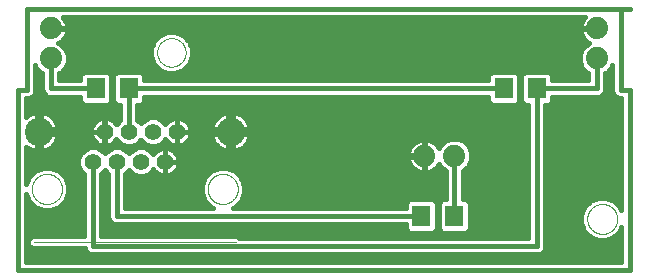
<source format=gtl>
G75*
%MOIN*%
%OFA0B0*%
%FSLAX25Y25*%
%IPPOS*%
%LPD*%
%AMOC8*
5,1,8,0,0,1.08239X$1,22.5*
%
%ADD10C,0.01600*%
%ADD11C,0.00000*%
%ADD12C,0.05600*%
%ADD13C,0.09449*%
%ADD14R,0.06299X0.07087*%
%ADD15C,0.07400*%
D10*
X0001800Y0001800D02*
X0205800Y0001800D01*
X0205800Y0061800D01*
X0202800Y0061800D01*
X0202800Y0088800D01*
X0205800Y0088800D01*
X0202800Y0088800D02*
X0004800Y0088800D01*
X0004800Y0061800D01*
X0001800Y0061800D01*
X0001800Y0001800D01*
X0004600Y0004600D02*
X0004600Y0027136D01*
X0005558Y0024824D01*
X0007532Y0022849D01*
X0010112Y0021780D01*
X0012905Y0021780D01*
X0015485Y0022849D01*
X0017460Y0024824D01*
X0018528Y0027404D01*
X0018528Y0030196D01*
X0017460Y0032776D01*
X0015485Y0034751D01*
X0012905Y0035820D01*
X0010112Y0035820D01*
X0007532Y0034751D01*
X0005558Y0032776D01*
X0004600Y0030464D01*
X0004600Y0042863D01*
X0005179Y0042419D01*
X0005920Y0041991D01*
X0006710Y0041664D01*
X0007536Y0041442D01*
X0008037Y0041376D01*
X0008037Y0047080D01*
X0009587Y0047080D01*
X0009587Y0048630D01*
X0015290Y0048630D01*
X0015225Y0049131D01*
X0015003Y0049957D01*
X0014676Y0050747D01*
X0014248Y0051488D01*
X0013728Y0052166D01*
X0013123Y0052771D01*
X0012444Y0053292D01*
X0011704Y0053719D01*
X0010914Y0054047D01*
X0010087Y0054268D01*
X0009587Y0054334D01*
X0009587Y0048630D01*
X0008037Y0048630D01*
X0008037Y0054334D01*
X0007536Y0054268D01*
X0006710Y0054047D01*
X0005920Y0053719D01*
X0005179Y0053292D01*
X0004600Y0052847D01*
X0004600Y0059000D01*
X0005357Y0059000D01*
X0006386Y0059426D01*
X0007174Y0060214D01*
X0007600Y0061243D01*
X0007600Y0069959D01*
X0007968Y0069071D01*
X0009571Y0067468D01*
X0010000Y0067290D01*
X0010000Y0061743D01*
X0010426Y0060714D01*
X0011214Y0059926D01*
X0012243Y0059500D01*
X0022639Y0059500D01*
X0022639Y0057928D01*
X0023810Y0056757D01*
X0031766Y0056757D01*
X0032938Y0057928D01*
X0032938Y0066672D01*
X0031766Y0067843D01*
X0023810Y0067843D01*
X0022639Y0066672D01*
X0022639Y0065100D01*
X0015600Y0065100D01*
X0015600Y0067290D01*
X0016029Y0067468D01*
X0017632Y0069071D01*
X0018500Y0071166D01*
X0018500Y0073434D01*
X0017632Y0075529D01*
X0016029Y0077132D01*
X0015336Y0077419D01*
X0015683Y0077596D01*
X0016383Y0078105D01*
X0016995Y0078717D01*
X0017504Y0079417D01*
X0017897Y0080189D01*
X0018165Y0081012D01*
X0018300Y0081867D01*
X0018300Y0082100D01*
X0013000Y0082100D01*
X0013000Y0082500D01*
X0018300Y0082500D01*
X0018300Y0082733D01*
X0018165Y0083588D01*
X0017897Y0084411D01*
X0017504Y0085183D01*
X0016995Y0085883D01*
X0016878Y0086000D01*
X0190722Y0086000D01*
X0190605Y0085883D01*
X0190096Y0085183D01*
X0189703Y0084411D01*
X0189435Y0083588D01*
X0189300Y0082733D01*
X0189300Y0082500D01*
X0194600Y0082500D01*
X0194600Y0082100D01*
X0189300Y0082100D01*
X0189300Y0081867D01*
X0189435Y0081012D01*
X0189703Y0080189D01*
X0190096Y0079417D01*
X0190605Y0078717D01*
X0191217Y0078105D01*
X0191917Y0077596D01*
X0192264Y0077419D01*
X0191571Y0077132D01*
X0189968Y0075529D01*
X0189100Y0073434D01*
X0189100Y0071166D01*
X0189968Y0069071D01*
X0191571Y0067468D01*
X0192000Y0067290D01*
X0192000Y0065100D01*
X0179961Y0065100D01*
X0179961Y0066672D01*
X0178790Y0067843D01*
X0170834Y0067843D01*
X0169662Y0066672D01*
X0169662Y0057928D01*
X0170834Y0056757D01*
X0172012Y0056757D01*
X0172012Y0012600D01*
X0075624Y0012600D01*
X0075219Y0013005D01*
X0029600Y0013005D01*
X0029600Y0033922D01*
X0030761Y0035083D01*
X0032000Y0033843D01*
X0032000Y0019243D01*
X0032426Y0018214D01*
X0033214Y0017426D01*
X0034243Y0017000D01*
X0131139Y0017000D01*
X0131139Y0015428D01*
X0132310Y0014257D01*
X0140266Y0014257D01*
X0141438Y0015428D01*
X0141438Y0024172D01*
X0140266Y0025343D01*
X0132310Y0025343D01*
X0131139Y0024172D01*
X0131139Y0022600D01*
X0073466Y0022600D01*
X0074068Y0022849D01*
X0076042Y0024824D01*
X0077111Y0027404D01*
X0077111Y0030196D01*
X0076042Y0032776D01*
X0074068Y0034751D01*
X0071488Y0035820D01*
X0068695Y0035820D01*
X0066115Y0034751D01*
X0064140Y0032776D01*
X0063072Y0030196D01*
X0063072Y0027404D01*
X0064140Y0024824D01*
X0066115Y0022849D01*
X0066716Y0022600D01*
X0037600Y0022600D01*
X0037600Y0033891D01*
X0038792Y0035083D01*
X0040089Y0033786D01*
X0041853Y0033055D01*
X0043763Y0033055D01*
X0045527Y0033786D01*
X0046877Y0035136D01*
X0046969Y0035357D01*
X0047331Y0034858D01*
X0047843Y0034346D01*
X0048428Y0033921D01*
X0049074Y0033592D01*
X0049762Y0033368D01*
X0050477Y0033255D01*
X0050754Y0033255D01*
X0050754Y0037769D01*
X0050925Y0037769D01*
X0050925Y0033255D01*
X0051201Y0033255D01*
X0051917Y0033368D01*
X0052605Y0033592D01*
X0053250Y0033921D01*
X0053836Y0034346D01*
X0054348Y0034858D01*
X0054774Y0035444D01*
X0055102Y0036089D01*
X0055326Y0036778D01*
X0055439Y0037493D01*
X0055439Y0037769D01*
X0050925Y0037769D01*
X0050925Y0037941D01*
X0050754Y0037941D01*
X0050754Y0042455D01*
X0050477Y0042455D01*
X0049762Y0042342D01*
X0049074Y0042118D01*
X0048428Y0041789D01*
X0047843Y0041364D01*
X0047331Y0040852D01*
X0046969Y0040353D01*
X0046877Y0040574D01*
X0045527Y0041924D01*
X0043763Y0042655D01*
X0041853Y0042655D01*
X0040089Y0041924D01*
X0038792Y0040628D01*
X0037495Y0041924D01*
X0035731Y0042655D01*
X0033822Y0042655D01*
X0032057Y0041924D01*
X0030761Y0040628D01*
X0029464Y0041924D01*
X0027700Y0042655D01*
X0025790Y0042655D01*
X0024026Y0041924D01*
X0022676Y0040574D01*
X0021945Y0038810D01*
X0021945Y0036900D01*
X0022676Y0035136D01*
X0024000Y0033812D01*
X0024000Y0013005D01*
X0006381Y0013005D01*
X0005209Y0011833D01*
X0005209Y0010176D01*
X0006381Y0009005D01*
X0024099Y0009005D01*
X0024426Y0008214D01*
X0025214Y0007426D01*
X0026243Y0007000D01*
X0175369Y0007000D01*
X0176398Y0007426D01*
X0177186Y0008214D01*
X0177612Y0009243D01*
X0177612Y0056757D01*
X0178790Y0056757D01*
X0179961Y0057928D01*
X0179961Y0059500D01*
X0195357Y0059500D01*
X0196386Y0059926D01*
X0197174Y0060714D01*
X0197600Y0061743D01*
X0197600Y0067290D01*
X0198029Y0067468D01*
X0199632Y0069071D01*
X0200000Y0069959D01*
X0200000Y0061243D01*
X0200426Y0060214D01*
X0201214Y0059426D01*
X0202243Y0059000D01*
X0203000Y0059000D01*
X0203000Y0021641D01*
X0202534Y0022765D01*
X0200565Y0024734D01*
X0197992Y0025800D01*
X0195208Y0025800D01*
X0192635Y0024734D01*
X0190666Y0022765D01*
X0189600Y0020192D01*
X0189600Y0017408D01*
X0190666Y0014835D01*
X0192635Y0012866D01*
X0195208Y0011800D01*
X0197992Y0011800D01*
X0200565Y0012866D01*
X0202534Y0014835D01*
X0203000Y0015959D01*
X0203000Y0004600D01*
X0004600Y0004600D01*
X0004600Y0004997D02*
X0203000Y0004997D01*
X0203000Y0006596D02*
X0004600Y0006596D01*
X0004600Y0008194D02*
X0024446Y0008194D01*
X0026800Y0009800D02*
X0174812Y0009800D01*
X0174812Y0062300D01*
X0194800Y0062300D01*
X0194800Y0072300D01*
X0189100Y0072134D02*
X0059409Y0072134D01*
X0059750Y0072957D02*
X0058722Y0070476D01*
X0056824Y0068578D01*
X0054343Y0067550D01*
X0051657Y0067550D01*
X0049176Y0068578D01*
X0047278Y0070476D01*
X0046250Y0072957D01*
X0046250Y0075643D01*
X0047278Y0078124D01*
X0049176Y0080022D01*
X0051657Y0081050D01*
X0054343Y0081050D01*
X0056824Y0080022D01*
X0058722Y0078124D01*
X0059750Y0075643D01*
X0059750Y0072957D01*
X0059750Y0073733D02*
X0189224Y0073733D01*
X0189886Y0075332D02*
X0059750Y0075332D01*
X0059217Y0076930D02*
X0191369Y0076930D01*
X0190793Y0078529D02*
X0058317Y0078529D01*
X0056571Y0080127D02*
X0189734Y0080127D01*
X0189322Y0081726D02*
X0018278Y0081726D01*
X0018206Y0083324D02*
X0189394Y0083324D01*
X0189963Y0084923D02*
X0017637Y0084923D01*
X0017866Y0080127D02*
X0049429Y0080127D01*
X0047683Y0078529D02*
X0016807Y0078529D01*
X0016231Y0076930D02*
X0046783Y0076930D01*
X0046250Y0075332D02*
X0017714Y0075332D01*
X0018376Y0073733D02*
X0046250Y0073733D01*
X0046591Y0072134D02*
X0018500Y0072134D01*
X0018239Y0070536D02*
X0047253Y0070536D01*
X0048817Y0068937D02*
X0017498Y0068937D01*
X0015718Y0067339D02*
X0023306Y0067339D01*
X0022639Y0065740D02*
X0015600Y0065740D01*
X0010000Y0065740D02*
X0007600Y0065740D01*
X0007600Y0064142D02*
X0010000Y0064142D01*
X0010000Y0062543D02*
X0007600Y0062543D01*
X0007477Y0060945D02*
X0010331Y0060945D01*
X0012800Y0062300D02*
X0012800Y0072300D01*
X0008101Y0068937D02*
X0007600Y0068937D01*
X0007600Y0067339D02*
X0009882Y0067339D01*
X0012800Y0062300D02*
X0027788Y0062300D01*
X0032938Y0062543D02*
X0033662Y0062543D01*
X0033662Y0064142D02*
X0032938Y0064142D01*
X0032938Y0065740D02*
X0033662Y0065740D01*
X0033662Y0066672D02*
X0033662Y0057928D01*
X0034834Y0056757D01*
X0036012Y0056757D01*
X0036012Y0051863D01*
X0034723Y0050574D01*
X0034631Y0050353D01*
X0034269Y0050852D01*
X0033757Y0051364D01*
X0033172Y0051789D01*
X0032526Y0052118D01*
X0031838Y0052342D01*
X0031123Y0052455D01*
X0030846Y0052455D01*
X0030846Y0047941D01*
X0030675Y0047941D01*
X0030675Y0052455D01*
X0030399Y0052455D01*
X0029683Y0052342D01*
X0028995Y0052118D01*
X0028350Y0051789D01*
X0027764Y0051364D01*
X0027252Y0050852D01*
X0026826Y0050266D01*
X0026498Y0049621D01*
X0026274Y0048932D01*
X0026161Y0048217D01*
X0026161Y0047941D01*
X0030675Y0047941D01*
X0030675Y0047769D01*
X0030846Y0047769D01*
X0030846Y0043255D01*
X0031123Y0043255D01*
X0031838Y0043368D01*
X0032526Y0043592D01*
X0033172Y0043921D01*
X0033757Y0044346D01*
X0034269Y0044858D01*
X0034631Y0045357D01*
X0034723Y0045136D01*
X0036073Y0043786D01*
X0037837Y0043055D01*
X0039747Y0043055D01*
X0041511Y0043786D01*
X0042808Y0045083D01*
X0044105Y0043786D01*
X0045869Y0043055D01*
X0047778Y0043055D01*
X0049543Y0043786D01*
X0050893Y0045136D01*
X0050984Y0045357D01*
X0051346Y0044858D01*
X0051858Y0044346D01*
X0052444Y0043921D01*
X0053089Y0043592D01*
X0053778Y0043368D01*
X0054493Y0043255D01*
X0054769Y0043255D01*
X0054769Y0047769D01*
X0054941Y0047769D01*
X0054941Y0043255D01*
X0055217Y0043255D01*
X0055932Y0043368D01*
X0056621Y0043592D01*
X0057266Y0043921D01*
X0057852Y0044346D01*
X0058364Y0044858D01*
X0058789Y0045444D01*
X0059118Y0046089D01*
X0059342Y0046778D01*
X0059455Y0047493D01*
X0059455Y0047769D01*
X0054941Y0047769D01*
X0054941Y0047941D01*
X0054769Y0047941D01*
X0054769Y0052455D01*
X0054493Y0052455D01*
X0053778Y0052342D01*
X0053089Y0052118D01*
X0052444Y0051789D01*
X0051858Y0051364D01*
X0051346Y0050852D01*
X0050984Y0050353D01*
X0050893Y0050574D01*
X0049543Y0051924D01*
X0047778Y0052655D01*
X0045869Y0052655D01*
X0044105Y0051924D01*
X0042808Y0050628D01*
X0041612Y0051824D01*
X0041612Y0056757D01*
X0042790Y0056757D01*
X0043961Y0057928D01*
X0043961Y0059500D01*
X0158639Y0059500D01*
X0158639Y0057928D01*
X0159810Y0056757D01*
X0167766Y0056757D01*
X0168938Y0057928D01*
X0168938Y0066672D01*
X0167766Y0067843D01*
X0159810Y0067843D01*
X0158639Y0066672D01*
X0158639Y0065100D01*
X0043961Y0065100D01*
X0043961Y0066672D01*
X0042790Y0067843D01*
X0034834Y0067843D01*
X0033662Y0066672D01*
X0034329Y0067339D02*
X0032271Y0067339D01*
X0043294Y0067339D02*
X0159306Y0067339D01*
X0158639Y0065740D02*
X0043961Y0065740D01*
X0038812Y0062300D02*
X0038812Y0047855D01*
X0038792Y0047855D01*
X0034899Y0044960D02*
X0034343Y0044960D01*
X0031793Y0043361D02*
X0037098Y0043361D01*
X0037657Y0041763D02*
X0039927Y0041763D01*
X0040486Y0043361D02*
X0045130Y0043361D01*
X0045688Y0041763D02*
X0048392Y0041763D01*
X0048518Y0043361D02*
X0053823Y0043361D01*
X0054769Y0043361D02*
X0054941Y0043361D01*
X0055888Y0043361D02*
X0068055Y0043361D01*
X0067872Y0043544D02*
X0068477Y0042939D01*
X0069156Y0042419D01*
X0069896Y0041991D01*
X0070686Y0041664D01*
X0071513Y0041442D01*
X0072013Y0041376D01*
X0072013Y0047080D01*
X0066309Y0047080D01*
X0066375Y0046580D01*
X0066597Y0045753D01*
X0066924Y0044963D01*
X0067352Y0044223D01*
X0067872Y0043544D01*
X0066926Y0044960D02*
X0058437Y0044960D01*
X0059270Y0046558D02*
X0066381Y0046558D01*
X0066309Y0048630D02*
X0072013Y0048630D01*
X0072013Y0047080D01*
X0073563Y0047080D01*
X0073563Y0041376D01*
X0074064Y0041442D01*
X0074890Y0041664D01*
X0075680Y0041991D01*
X0076421Y0042419D01*
X0077099Y0042939D01*
X0077704Y0043544D01*
X0078225Y0044223D01*
X0078652Y0044963D01*
X0078980Y0045753D01*
X0079201Y0046580D01*
X0079267Y0047080D01*
X0073563Y0047080D01*
X0073563Y0048630D01*
X0072013Y0048630D01*
X0072013Y0054334D01*
X0071513Y0054268D01*
X0070686Y0054047D01*
X0069896Y0053719D01*
X0069156Y0053292D01*
X0068477Y0052771D01*
X0067872Y0052166D01*
X0067352Y0051488D01*
X0066924Y0050747D01*
X0066597Y0049957D01*
X0066375Y0049131D01*
X0066309Y0048630D01*
X0066543Y0049755D02*
X0059050Y0049755D01*
X0059118Y0049621D02*
X0058789Y0050266D01*
X0058364Y0050852D01*
X0057852Y0051364D01*
X0057266Y0051789D01*
X0056621Y0052118D01*
X0055932Y0052342D01*
X0055217Y0052455D01*
X0054941Y0052455D01*
X0054941Y0047941D01*
X0059455Y0047941D01*
X0059455Y0048217D01*
X0059342Y0048932D01*
X0059118Y0049621D01*
X0059455Y0048157D02*
X0072013Y0048157D01*
X0073563Y0048157D02*
X0172012Y0048157D01*
X0172012Y0049755D02*
X0079034Y0049755D01*
X0078980Y0049957D02*
X0079201Y0049131D01*
X0079267Y0048630D01*
X0073563Y0048630D01*
X0073563Y0054334D01*
X0074064Y0054268D01*
X0074890Y0054047D01*
X0075680Y0053719D01*
X0076421Y0053292D01*
X0077099Y0052771D01*
X0077704Y0052166D01*
X0078225Y0051488D01*
X0078652Y0050747D01*
X0078980Y0049957D01*
X0078302Y0051354D02*
X0172012Y0051354D01*
X0172012Y0052952D02*
X0076863Y0052952D01*
X0073563Y0052952D02*
X0072013Y0052952D01*
X0068714Y0052952D02*
X0041612Y0052952D01*
X0041612Y0054551D02*
X0172012Y0054551D01*
X0172012Y0056149D02*
X0041612Y0056149D01*
X0043781Y0057748D02*
X0158819Y0057748D01*
X0158639Y0059346D02*
X0043961Y0059346D01*
X0038812Y0062300D02*
X0163788Y0062300D01*
X0168938Y0062543D02*
X0169662Y0062543D01*
X0169662Y0064142D02*
X0168938Y0064142D01*
X0168938Y0065740D02*
X0169662Y0065740D01*
X0170329Y0067339D02*
X0168271Y0067339D01*
X0179294Y0067339D02*
X0191882Y0067339D01*
X0192000Y0065740D02*
X0179961Y0065740D01*
X0189361Y0070536D02*
X0058747Y0070536D01*
X0057183Y0068937D02*
X0190101Y0068937D01*
X0197718Y0067339D02*
X0200000Y0067339D01*
X0200000Y0068937D02*
X0199498Y0068937D01*
X0200000Y0065740D02*
X0197600Y0065740D01*
X0197600Y0064142D02*
X0200000Y0064142D01*
X0200000Y0062543D02*
X0197600Y0062543D01*
X0197269Y0060945D02*
X0200123Y0060945D01*
X0201407Y0059346D02*
X0179961Y0059346D01*
X0179781Y0057748D02*
X0203000Y0057748D01*
X0203000Y0056149D02*
X0177612Y0056149D01*
X0177612Y0054551D02*
X0203000Y0054551D01*
X0203000Y0052952D02*
X0177612Y0052952D01*
X0177612Y0051354D02*
X0203000Y0051354D01*
X0203000Y0049755D02*
X0177612Y0049755D01*
X0177612Y0048157D02*
X0203000Y0048157D01*
X0203000Y0046558D02*
X0177612Y0046558D01*
X0177612Y0044960D02*
X0203000Y0044960D01*
X0203000Y0043361D02*
X0177612Y0043361D01*
X0177612Y0041763D02*
X0203000Y0041763D01*
X0203000Y0040164D02*
X0177612Y0040164D01*
X0177612Y0038566D02*
X0203000Y0038566D01*
X0203000Y0036967D02*
X0177612Y0036967D01*
X0177612Y0035369D02*
X0203000Y0035369D01*
X0203000Y0033770D02*
X0177612Y0033770D01*
X0177612Y0032172D02*
X0203000Y0032172D01*
X0203000Y0030573D02*
X0177612Y0030573D01*
X0177612Y0028975D02*
X0203000Y0028975D01*
X0203000Y0027376D02*
X0177612Y0027376D01*
X0177612Y0025778D02*
X0195154Y0025778D01*
X0198046Y0025778D02*
X0203000Y0025778D01*
X0203000Y0024179D02*
X0201120Y0024179D01*
X0202611Y0022581D02*
X0203000Y0022581D01*
X0192080Y0024179D02*
X0177612Y0024179D01*
X0177612Y0022581D02*
X0190589Y0022581D01*
X0189927Y0020982D02*
X0177612Y0020982D01*
X0177612Y0019384D02*
X0189600Y0019384D01*
X0189600Y0017785D02*
X0177612Y0017785D01*
X0177612Y0016187D02*
X0190106Y0016187D01*
X0190912Y0014588D02*
X0177612Y0014588D01*
X0177612Y0012990D02*
X0192511Y0012990D01*
X0200689Y0012990D02*
X0203000Y0012990D01*
X0203000Y0014588D02*
X0202288Y0014588D01*
X0203000Y0011391D02*
X0177612Y0011391D01*
X0177612Y0009793D02*
X0203000Y0009793D01*
X0203000Y0008194D02*
X0177166Y0008194D01*
X0172012Y0012990D02*
X0075234Y0012990D01*
X0075398Y0024179D02*
X0131146Y0024179D01*
X0136288Y0019800D02*
X0034800Y0019800D01*
X0034800Y0037855D01*
X0034776Y0037855D01*
X0032000Y0033770D02*
X0029600Y0033770D01*
X0029600Y0032172D02*
X0032000Y0032172D01*
X0032000Y0030573D02*
X0029600Y0030573D01*
X0029600Y0028975D02*
X0032000Y0028975D01*
X0032000Y0027376D02*
X0029600Y0027376D01*
X0029600Y0025778D02*
X0032000Y0025778D01*
X0032000Y0024179D02*
X0029600Y0024179D01*
X0029600Y0022581D02*
X0032000Y0022581D01*
X0032000Y0020982D02*
X0029600Y0020982D01*
X0029600Y0019384D02*
X0032000Y0019384D01*
X0032855Y0017785D02*
X0029600Y0017785D01*
X0029600Y0016187D02*
X0131139Y0016187D01*
X0131979Y0014588D02*
X0029600Y0014588D01*
X0024000Y0014588D02*
X0004600Y0014588D01*
X0004600Y0016187D02*
X0024000Y0016187D01*
X0024000Y0017785D02*
X0004600Y0017785D01*
X0004600Y0019384D02*
X0024000Y0019384D01*
X0024000Y0020982D02*
X0004600Y0020982D01*
X0004600Y0022581D02*
X0008180Y0022581D01*
X0006202Y0024179D02*
X0004600Y0024179D01*
X0004600Y0025778D02*
X0005162Y0025778D01*
X0004645Y0030573D02*
X0004600Y0030573D01*
X0004600Y0032172D02*
X0005307Y0032172D01*
X0004600Y0033770D02*
X0006552Y0033770D01*
X0004600Y0035369D02*
X0009024Y0035369D01*
X0004600Y0036967D02*
X0021945Y0036967D01*
X0022579Y0035369D02*
X0013994Y0035369D01*
X0016466Y0033770D02*
X0024000Y0033770D01*
X0024000Y0032172D02*
X0017710Y0032172D01*
X0018372Y0030573D02*
X0024000Y0030573D01*
X0024000Y0028975D02*
X0018528Y0028975D01*
X0018517Y0027376D02*
X0024000Y0027376D01*
X0024000Y0025778D02*
X0017855Y0025778D01*
X0016815Y0024179D02*
X0024000Y0024179D01*
X0024000Y0022581D02*
X0014837Y0022581D01*
X0006366Y0012990D02*
X0004600Y0012990D01*
X0004600Y0011391D02*
X0005209Y0011391D01*
X0005593Y0009793D02*
X0004600Y0009793D01*
X0026800Y0009800D02*
X0026800Y0037855D01*
X0026745Y0037855D01*
X0021945Y0038566D02*
X0004600Y0038566D01*
X0004600Y0040164D02*
X0022506Y0040164D01*
X0023864Y0041763D02*
X0011153Y0041763D01*
X0010914Y0041664D02*
X0011704Y0041991D01*
X0012444Y0042419D01*
X0013123Y0042939D01*
X0013728Y0043544D01*
X0014248Y0044223D01*
X0014676Y0044963D01*
X0015003Y0045753D01*
X0015225Y0046580D01*
X0015290Y0047080D01*
X0009587Y0047080D01*
X0009587Y0041376D01*
X0010087Y0041442D01*
X0010914Y0041664D01*
X0009587Y0041763D02*
X0008037Y0041763D01*
X0006471Y0041763D02*
X0004600Y0041763D01*
X0008037Y0043361D02*
X0009587Y0043361D01*
X0009587Y0044960D02*
X0008037Y0044960D01*
X0008037Y0046558D02*
X0009587Y0046558D01*
X0009587Y0048157D02*
X0026161Y0048157D01*
X0026161Y0047769D02*
X0026161Y0047493D01*
X0026274Y0046778D01*
X0026498Y0046089D01*
X0026826Y0045444D01*
X0027252Y0044858D01*
X0027764Y0044346D01*
X0028350Y0043921D01*
X0028995Y0043592D01*
X0029683Y0043368D01*
X0030399Y0043255D01*
X0030675Y0043255D01*
X0030675Y0047769D01*
X0026161Y0047769D01*
X0026345Y0046558D02*
X0015219Y0046558D01*
X0014674Y0044960D02*
X0027178Y0044960D01*
X0030675Y0044960D02*
X0030846Y0044960D01*
X0030846Y0046558D02*
X0030675Y0046558D01*
X0030675Y0048157D02*
X0030846Y0048157D01*
X0030846Y0049755D02*
X0030675Y0049755D01*
X0030675Y0051354D02*
X0030846Y0051354D01*
X0027754Y0051354D02*
X0014326Y0051354D01*
X0015057Y0049755D02*
X0026566Y0049755D01*
X0033767Y0051354D02*
X0035503Y0051354D01*
X0036012Y0052952D02*
X0012886Y0052952D01*
X0009587Y0052952D02*
X0008037Y0052952D01*
X0004737Y0052952D02*
X0004600Y0052952D01*
X0004600Y0054551D02*
X0036012Y0054551D01*
X0036012Y0056149D02*
X0004600Y0056149D01*
X0004600Y0057748D02*
X0022819Y0057748D01*
X0022639Y0059346D02*
X0006193Y0059346D01*
X0008037Y0051354D02*
X0009587Y0051354D01*
X0009587Y0049755D02*
X0008037Y0049755D01*
X0013545Y0043361D02*
X0029728Y0043361D01*
X0030675Y0043361D02*
X0030846Y0043361D01*
X0031896Y0041763D02*
X0029625Y0041763D01*
X0042685Y0044960D02*
X0042931Y0044960D01*
X0050717Y0044960D02*
X0051273Y0044960D01*
X0054769Y0044960D02*
X0054941Y0044960D01*
X0054941Y0046558D02*
X0054769Y0046558D01*
X0054769Y0048157D02*
X0054941Y0048157D01*
X0054941Y0049755D02*
X0054769Y0049755D01*
X0054769Y0051354D02*
X0054941Y0051354D01*
X0057862Y0051354D02*
X0067274Y0051354D01*
X0072013Y0051354D02*
X0073563Y0051354D01*
X0073563Y0049755D02*
X0072013Y0049755D01*
X0072013Y0046558D02*
X0073563Y0046558D01*
X0073563Y0044960D02*
X0072013Y0044960D01*
X0072013Y0043361D02*
X0073563Y0043361D01*
X0073563Y0041763D02*
X0072013Y0041763D01*
X0070447Y0041763D02*
X0053287Y0041763D01*
X0053250Y0041789D02*
X0052605Y0042118D01*
X0051917Y0042342D01*
X0051201Y0042455D01*
X0050925Y0042455D01*
X0050925Y0037941D01*
X0055439Y0037941D01*
X0055439Y0038217D01*
X0055326Y0038932D01*
X0055102Y0039621D01*
X0054774Y0040266D01*
X0054348Y0040852D01*
X0053836Y0041364D01*
X0053250Y0041789D01*
X0050925Y0041763D02*
X0050754Y0041763D01*
X0050754Y0040164D02*
X0050925Y0040164D01*
X0050925Y0038566D02*
X0050754Y0038566D01*
X0050754Y0036967D02*
X0050925Y0036967D01*
X0050925Y0035369D02*
X0050754Y0035369D01*
X0050754Y0033770D02*
X0050925Y0033770D01*
X0052955Y0033770D02*
X0065134Y0033770D01*
X0063890Y0032172D02*
X0037600Y0032172D01*
X0037600Y0033770D02*
X0040127Y0033770D01*
X0045489Y0033770D02*
X0048724Y0033770D01*
X0054719Y0035369D02*
X0067606Y0035369D01*
X0072576Y0035369D02*
X0134042Y0035369D01*
X0133717Y0035605D02*
X0134417Y0035096D01*
X0135189Y0034703D01*
X0136012Y0034435D01*
X0136867Y0034300D01*
X0137100Y0034300D01*
X0137100Y0039600D01*
X0131800Y0039600D01*
X0131800Y0039367D01*
X0131935Y0038512D01*
X0132203Y0037689D01*
X0132596Y0036917D01*
X0133105Y0036217D01*
X0133717Y0035605D01*
X0132571Y0036967D02*
X0055356Y0036967D01*
X0055384Y0038566D02*
X0131927Y0038566D01*
X0131800Y0040000D02*
X0137100Y0040000D01*
X0137100Y0045300D01*
X0136867Y0045300D01*
X0136012Y0045165D01*
X0135189Y0044897D01*
X0134417Y0044504D01*
X0133717Y0043995D01*
X0133105Y0043383D01*
X0132596Y0042683D01*
X0132203Y0041911D01*
X0131935Y0041088D01*
X0131800Y0040233D01*
X0131800Y0040000D01*
X0131800Y0040164D02*
X0054825Y0040164D01*
X0075129Y0041763D02*
X0132155Y0041763D01*
X0133089Y0043361D02*
X0077521Y0043361D01*
X0078650Y0044960D02*
X0135382Y0044960D01*
X0137100Y0044960D02*
X0137500Y0044960D01*
X0137500Y0045300D02*
X0137500Y0040000D01*
X0137100Y0040000D01*
X0137100Y0039600D01*
X0137500Y0039600D01*
X0137500Y0034300D01*
X0137733Y0034300D01*
X0138588Y0034435D01*
X0139411Y0034703D01*
X0140183Y0035096D01*
X0140883Y0035605D01*
X0141495Y0036217D01*
X0142004Y0036917D01*
X0142181Y0037264D01*
X0142468Y0036571D01*
X0144071Y0034968D01*
X0144500Y0034790D01*
X0144500Y0025343D01*
X0143334Y0025343D01*
X0142162Y0024172D01*
X0142162Y0015428D01*
X0143334Y0014257D01*
X0151290Y0014257D01*
X0152461Y0015428D01*
X0152461Y0024172D01*
X0151290Y0025343D01*
X0150100Y0025343D01*
X0150100Y0034790D01*
X0150529Y0034968D01*
X0152132Y0036571D01*
X0153000Y0038666D01*
X0153000Y0040934D01*
X0152132Y0043029D01*
X0150529Y0044632D01*
X0148434Y0045500D01*
X0146166Y0045500D01*
X0144071Y0044632D01*
X0142468Y0043029D01*
X0142181Y0042336D01*
X0142004Y0042683D01*
X0141495Y0043383D01*
X0140883Y0043995D01*
X0140183Y0044504D01*
X0139411Y0044897D01*
X0138588Y0045165D01*
X0137733Y0045300D01*
X0137500Y0045300D01*
X0139218Y0044960D02*
X0144862Y0044960D01*
X0142800Y0043361D02*
X0141511Y0043361D01*
X0137500Y0043361D02*
X0137100Y0043361D01*
X0137100Y0041763D02*
X0137500Y0041763D01*
X0137500Y0040164D02*
X0137100Y0040164D01*
X0137100Y0038566D02*
X0137500Y0038566D01*
X0137500Y0036967D02*
X0137100Y0036967D01*
X0137100Y0035369D02*
X0137500Y0035369D01*
X0140558Y0035369D02*
X0143670Y0035369D01*
X0142304Y0036967D02*
X0142029Y0036967D01*
X0144500Y0033770D02*
X0075048Y0033770D01*
X0076293Y0032172D02*
X0144500Y0032172D01*
X0144500Y0030573D02*
X0076955Y0030573D01*
X0077111Y0028975D02*
X0144500Y0028975D01*
X0144500Y0027376D02*
X0077100Y0027376D01*
X0076437Y0025778D02*
X0144500Y0025778D01*
X0142170Y0024179D02*
X0141430Y0024179D01*
X0141438Y0022581D02*
X0142162Y0022581D01*
X0142162Y0020982D02*
X0141438Y0020982D01*
X0141438Y0019384D02*
X0142162Y0019384D01*
X0142162Y0017785D02*
X0141438Y0017785D01*
X0141438Y0016187D02*
X0142162Y0016187D01*
X0143002Y0014588D02*
X0140598Y0014588D01*
X0147300Y0017800D02*
X0147300Y0039800D01*
X0152657Y0041763D02*
X0172012Y0041763D01*
X0172012Y0043361D02*
X0151800Y0043361D01*
X0149738Y0044960D02*
X0172012Y0044960D01*
X0172012Y0046558D02*
X0079195Y0046558D01*
X0051848Y0051354D02*
X0050113Y0051354D01*
X0043534Y0051354D02*
X0042082Y0051354D01*
X0033843Y0057748D02*
X0032757Y0057748D01*
X0032938Y0059346D02*
X0033662Y0059346D01*
X0033662Y0060945D02*
X0032938Y0060945D01*
X0037600Y0030573D02*
X0063228Y0030573D01*
X0063072Y0028975D02*
X0037600Y0028975D01*
X0037600Y0027376D02*
X0063083Y0027376D01*
X0063745Y0025778D02*
X0037600Y0025778D01*
X0037600Y0024179D02*
X0064785Y0024179D01*
X0147312Y0019800D02*
X0147300Y0017800D01*
X0152461Y0017785D02*
X0172012Y0017785D01*
X0172012Y0016187D02*
X0152461Y0016187D01*
X0151621Y0014588D02*
X0172012Y0014588D01*
X0172012Y0019384D02*
X0152461Y0019384D01*
X0152461Y0020982D02*
X0172012Y0020982D01*
X0172012Y0022581D02*
X0152461Y0022581D01*
X0152454Y0024179D02*
X0172012Y0024179D01*
X0172012Y0025778D02*
X0150100Y0025778D01*
X0150100Y0027376D02*
X0172012Y0027376D01*
X0172012Y0028975D02*
X0150100Y0028975D01*
X0150100Y0030573D02*
X0172012Y0030573D01*
X0172012Y0032172D02*
X0150100Y0032172D01*
X0150100Y0033770D02*
X0172012Y0033770D01*
X0172012Y0035369D02*
X0150930Y0035369D01*
X0152296Y0036967D02*
X0172012Y0036967D01*
X0172012Y0038566D02*
X0152958Y0038566D01*
X0153000Y0040164D02*
X0172012Y0040164D01*
X0169843Y0057748D02*
X0168757Y0057748D01*
X0168938Y0059346D02*
X0169662Y0059346D01*
X0169662Y0060945D02*
X0168938Y0060945D01*
D11*
X0191600Y0018800D02*
X0191602Y0018941D01*
X0191608Y0019082D01*
X0191618Y0019222D01*
X0191632Y0019362D01*
X0191650Y0019502D01*
X0191671Y0019641D01*
X0191697Y0019780D01*
X0191726Y0019918D01*
X0191760Y0020054D01*
X0191797Y0020190D01*
X0191838Y0020325D01*
X0191883Y0020459D01*
X0191932Y0020591D01*
X0191984Y0020722D01*
X0192040Y0020851D01*
X0192100Y0020978D01*
X0192163Y0021104D01*
X0192229Y0021228D01*
X0192300Y0021351D01*
X0192373Y0021471D01*
X0192450Y0021589D01*
X0192530Y0021705D01*
X0192614Y0021818D01*
X0192700Y0021929D01*
X0192790Y0022038D01*
X0192883Y0022144D01*
X0192978Y0022247D01*
X0193077Y0022348D01*
X0193178Y0022446D01*
X0193282Y0022541D01*
X0193389Y0022633D01*
X0193498Y0022722D01*
X0193610Y0022807D01*
X0193724Y0022890D01*
X0193840Y0022970D01*
X0193959Y0023046D01*
X0194080Y0023118D01*
X0194202Y0023188D01*
X0194327Y0023253D01*
X0194453Y0023316D01*
X0194581Y0023374D01*
X0194711Y0023429D01*
X0194842Y0023481D01*
X0194975Y0023528D01*
X0195109Y0023572D01*
X0195244Y0023613D01*
X0195380Y0023649D01*
X0195517Y0023681D01*
X0195655Y0023710D01*
X0195793Y0023735D01*
X0195933Y0023755D01*
X0196073Y0023772D01*
X0196213Y0023785D01*
X0196354Y0023794D01*
X0196494Y0023799D01*
X0196635Y0023800D01*
X0196776Y0023797D01*
X0196917Y0023790D01*
X0197057Y0023779D01*
X0197197Y0023764D01*
X0197337Y0023745D01*
X0197476Y0023723D01*
X0197614Y0023696D01*
X0197752Y0023666D01*
X0197888Y0023631D01*
X0198024Y0023593D01*
X0198158Y0023551D01*
X0198292Y0023505D01*
X0198424Y0023456D01*
X0198554Y0023402D01*
X0198683Y0023345D01*
X0198810Y0023285D01*
X0198936Y0023221D01*
X0199059Y0023153D01*
X0199181Y0023082D01*
X0199301Y0023008D01*
X0199418Y0022930D01*
X0199533Y0022849D01*
X0199646Y0022765D01*
X0199757Y0022678D01*
X0199865Y0022587D01*
X0199970Y0022494D01*
X0200073Y0022397D01*
X0200173Y0022298D01*
X0200270Y0022196D01*
X0200364Y0022091D01*
X0200455Y0021984D01*
X0200543Y0021874D01*
X0200628Y0021762D01*
X0200710Y0021647D01*
X0200789Y0021530D01*
X0200864Y0021411D01*
X0200936Y0021290D01*
X0201004Y0021167D01*
X0201069Y0021042D01*
X0201131Y0020915D01*
X0201188Y0020786D01*
X0201243Y0020656D01*
X0201293Y0020525D01*
X0201340Y0020392D01*
X0201383Y0020258D01*
X0201422Y0020122D01*
X0201457Y0019986D01*
X0201489Y0019849D01*
X0201516Y0019711D01*
X0201540Y0019572D01*
X0201560Y0019432D01*
X0201576Y0019292D01*
X0201588Y0019152D01*
X0201596Y0019011D01*
X0201600Y0018870D01*
X0201600Y0018730D01*
X0201596Y0018589D01*
X0201588Y0018448D01*
X0201576Y0018308D01*
X0201560Y0018168D01*
X0201540Y0018028D01*
X0201516Y0017889D01*
X0201489Y0017751D01*
X0201457Y0017614D01*
X0201422Y0017478D01*
X0201383Y0017342D01*
X0201340Y0017208D01*
X0201293Y0017075D01*
X0201243Y0016944D01*
X0201188Y0016814D01*
X0201131Y0016685D01*
X0201069Y0016558D01*
X0201004Y0016433D01*
X0200936Y0016310D01*
X0200864Y0016189D01*
X0200789Y0016070D01*
X0200710Y0015953D01*
X0200628Y0015838D01*
X0200543Y0015726D01*
X0200455Y0015616D01*
X0200364Y0015509D01*
X0200270Y0015404D01*
X0200173Y0015302D01*
X0200073Y0015203D01*
X0199970Y0015106D01*
X0199865Y0015013D01*
X0199757Y0014922D01*
X0199646Y0014835D01*
X0199533Y0014751D01*
X0199418Y0014670D01*
X0199301Y0014592D01*
X0199181Y0014518D01*
X0199059Y0014447D01*
X0198936Y0014379D01*
X0198810Y0014315D01*
X0198683Y0014255D01*
X0198554Y0014198D01*
X0198424Y0014144D01*
X0198292Y0014095D01*
X0198158Y0014049D01*
X0198024Y0014007D01*
X0197888Y0013969D01*
X0197752Y0013934D01*
X0197614Y0013904D01*
X0197476Y0013877D01*
X0197337Y0013855D01*
X0197197Y0013836D01*
X0197057Y0013821D01*
X0196917Y0013810D01*
X0196776Y0013803D01*
X0196635Y0013800D01*
X0196494Y0013801D01*
X0196354Y0013806D01*
X0196213Y0013815D01*
X0196073Y0013828D01*
X0195933Y0013845D01*
X0195793Y0013865D01*
X0195655Y0013890D01*
X0195517Y0013919D01*
X0195380Y0013951D01*
X0195244Y0013987D01*
X0195109Y0014028D01*
X0194975Y0014072D01*
X0194842Y0014119D01*
X0194711Y0014171D01*
X0194581Y0014226D01*
X0194453Y0014284D01*
X0194327Y0014347D01*
X0194202Y0014412D01*
X0194080Y0014482D01*
X0193959Y0014554D01*
X0193840Y0014630D01*
X0193724Y0014710D01*
X0193610Y0014793D01*
X0193498Y0014878D01*
X0193389Y0014967D01*
X0193282Y0015059D01*
X0193178Y0015154D01*
X0193077Y0015252D01*
X0192978Y0015353D01*
X0192883Y0015456D01*
X0192790Y0015562D01*
X0192700Y0015671D01*
X0192614Y0015782D01*
X0192530Y0015895D01*
X0192450Y0016011D01*
X0192373Y0016129D01*
X0192300Y0016249D01*
X0192229Y0016372D01*
X0192163Y0016496D01*
X0192100Y0016622D01*
X0192040Y0016749D01*
X0191984Y0016878D01*
X0191932Y0017009D01*
X0191883Y0017141D01*
X0191838Y0017275D01*
X0191797Y0017410D01*
X0191760Y0017546D01*
X0191726Y0017682D01*
X0191697Y0017820D01*
X0191671Y0017959D01*
X0191650Y0018098D01*
X0191632Y0018238D01*
X0191618Y0018378D01*
X0191608Y0018518D01*
X0191602Y0018659D01*
X0191600Y0018800D01*
X0074391Y0011005D02*
X0007209Y0011005D01*
X0006489Y0028800D02*
X0006491Y0028941D01*
X0006497Y0029083D01*
X0006507Y0029224D01*
X0006521Y0029365D01*
X0006539Y0029505D01*
X0006561Y0029645D01*
X0006586Y0029784D01*
X0006616Y0029922D01*
X0006650Y0030059D01*
X0006687Y0030196D01*
X0006728Y0030331D01*
X0006773Y0030465D01*
X0006822Y0030598D01*
X0006875Y0030729D01*
X0006931Y0030859D01*
X0006991Y0030987D01*
X0007054Y0031114D01*
X0007121Y0031238D01*
X0007191Y0031361D01*
X0007265Y0031481D01*
X0007342Y0031600D01*
X0007423Y0031716D01*
X0007507Y0031830D01*
X0007594Y0031942D01*
X0007684Y0032051D01*
X0007777Y0032157D01*
X0007873Y0032261D01*
X0007972Y0032362D01*
X0008074Y0032460D01*
X0008178Y0032556D01*
X0008285Y0032648D01*
X0008395Y0032737D01*
X0008507Y0032824D01*
X0008622Y0032907D01*
X0008738Y0032986D01*
X0008857Y0033063D01*
X0008979Y0033136D01*
X0009102Y0033205D01*
X0009227Y0033271D01*
X0009354Y0033334D01*
X0009482Y0033393D01*
X0009612Y0033448D01*
X0009744Y0033500D01*
X0009877Y0033547D01*
X0010012Y0033591D01*
X0010147Y0033632D01*
X0010284Y0033668D01*
X0010422Y0033701D01*
X0010560Y0033729D01*
X0010699Y0033754D01*
X0010839Y0033775D01*
X0010980Y0033792D01*
X0011120Y0033805D01*
X0011262Y0033814D01*
X0011403Y0033819D01*
X0011544Y0033820D01*
X0011686Y0033817D01*
X0011827Y0033810D01*
X0011968Y0033799D01*
X0012109Y0033784D01*
X0012249Y0033765D01*
X0012388Y0033742D01*
X0012527Y0033716D01*
X0012665Y0033685D01*
X0012803Y0033650D01*
X0012939Y0033612D01*
X0013074Y0033570D01*
X0013207Y0033524D01*
X0013340Y0033474D01*
X0013471Y0033421D01*
X0013600Y0033364D01*
X0013728Y0033303D01*
X0013854Y0033239D01*
X0013978Y0033171D01*
X0014100Y0033100D01*
X0014220Y0033025D01*
X0014338Y0032947D01*
X0014454Y0032865D01*
X0014567Y0032781D01*
X0014678Y0032693D01*
X0014787Y0032602D01*
X0014892Y0032508D01*
X0014996Y0032412D01*
X0015096Y0032312D01*
X0015193Y0032210D01*
X0015288Y0032104D01*
X0015380Y0031997D01*
X0015468Y0031886D01*
X0015554Y0031774D01*
X0015636Y0031658D01*
X0015715Y0031541D01*
X0015790Y0031421D01*
X0015862Y0031300D01*
X0015931Y0031176D01*
X0015996Y0031051D01*
X0016058Y0030923D01*
X0016116Y0030794D01*
X0016170Y0030664D01*
X0016221Y0030532D01*
X0016268Y0030398D01*
X0016311Y0030264D01*
X0016350Y0030128D01*
X0016386Y0029991D01*
X0016417Y0029853D01*
X0016445Y0029714D01*
X0016469Y0029575D01*
X0016489Y0029435D01*
X0016505Y0029294D01*
X0016517Y0029153D01*
X0016525Y0029012D01*
X0016529Y0028871D01*
X0016529Y0028729D01*
X0016525Y0028588D01*
X0016517Y0028447D01*
X0016505Y0028306D01*
X0016489Y0028165D01*
X0016469Y0028025D01*
X0016445Y0027886D01*
X0016417Y0027747D01*
X0016386Y0027609D01*
X0016350Y0027472D01*
X0016311Y0027336D01*
X0016268Y0027202D01*
X0016221Y0027068D01*
X0016170Y0026936D01*
X0016116Y0026806D01*
X0016058Y0026677D01*
X0015996Y0026549D01*
X0015931Y0026424D01*
X0015862Y0026300D01*
X0015790Y0026179D01*
X0015715Y0026059D01*
X0015636Y0025942D01*
X0015554Y0025826D01*
X0015468Y0025714D01*
X0015380Y0025603D01*
X0015288Y0025496D01*
X0015193Y0025390D01*
X0015096Y0025288D01*
X0014996Y0025188D01*
X0014892Y0025092D01*
X0014787Y0024998D01*
X0014678Y0024907D01*
X0014567Y0024819D01*
X0014454Y0024735D01*
X0014338Y0024653D01*
X0014220Y0024575D01*
X0014100Y0024500D01*
X0013978Y0024429D01*
X0013854Y0024361D01*
X0013728Y0024297D01*
X0013600Y0024236D01*
X0013471Y0024179D01*
X0013340Y0024126D01*
X0013207Y0024076D01*
X0013074Y0024030D01*
X0012939Y0023988D01*
X0012803Y0023950D01*
X0012665Y0023915D01*
X0012527Y0023884D01*
X0012388Y0023858D01*
X0012249Y0023835D01*
X0012109Y0023816D01*
X0011968Y0023801D01*
X0011827Y0023790D01*
X0011686Y0023783D01*
X0011544Y0023780D01*
X0011403Y0023781D01*
X0011262Y0023786D01*
X0011120Y0023795D01*
X0010980Y0023808D01*
X0010839Y0023825D01*
X0010699Y0023846D01*
X0010560Y0023871D01*
X0010422Y0023899D01*
X0010284Y0023932D01*
X0010147Y0023968D01*
X0010012Y0024009D01*
X0009877Y0024053D01*
X0009744Y0024100D01*
X0009612Y0024152D01*
X0009482Y0024207D01*
X0009354Y0024266D01*
X0009227Y0024329D01*
X0009102Y0024395D01*
X0008979Y0024464D01*
X0008857Y0024537D01*
X0008738Y0024614D01*
X0008622Y0024693D01*
X0008507Y0024776D01*
X0008395Y0024863D01*
X0008285Y0024952D01*
X0008178Y0025044D01*
X0008074Y0025140D01*
X0007972Y0025238D01*
X0007873Y0025339D01*
X0007777Y0025443D01*
X0007684Y0025549D01*
X0007594Y0025658D01*
X0007507Y0025770D01*
X0007423Y0025884D01*
X0007342Y0026000D01*
X0007265Y0026119D01*
X0007191Y0026239D01*
X0007121Y0026362D01*
X0007054Y0026486D01*
X0006991Y0026613D01*
X0006931Y0026741D01*
X0006875Y0026871D01*
X0006822Y0027002D01*
X0006773Y0027135D01*
X0006728Y0027269D01*
X0006687Y0027404D01*
X0006650Y0027541D01*
X0006616Y0027678D01*
X0006586Y0027816D01*
X0006561Y0027955D01*
X0006539Y0028095D01*
X0006521Y0028235D01*
X0006507Y0028376D01*
X0006497Y0028517D01*
X0006491Y0028659D01*
X0006489Y0028800D01*
X0065071Y0028800D02*
X0065073Y0028941D01*
X0065079Y0029083D01*
X0065089Y0029224D01*
X0065103Y0029365D01*
X0065121Y0029505D01*
X0065143Y0029645D01*
X0065168Y0029784D01*
X0065198Y0029922D01*
X0065232Y0030059D01*
X0065269Y0030196D01*
X0065310Y0030331D01*
X0065355Y0030465D01*
X0065404Y0030598D01*
X0065457Y0030729D01*
X0065513Y0030859D01*
X0065573Y0030987D01*
X0065636Y0031114D01*
X0065703Y0031238D01*
X0065773Y0031361D01*
X0065847Y0031481D01*
X0065924Y0031600D01*
X0066005Y0031716D01*
X0066089Y0031830D01*
X0066176Y0031942D01*
X0066266Y0032051D01*
X0066359Y0032157D01*
X0066455Y0032261D01*
X0066554Y0032362D01*
X0066656Y0032460D01*
X0066760Y0032556D01*
X0066867Y0032648D01*
X0066977Y0032737D01*
X0067089Y0032824D01*
X0067204Y0032907D01*
X0067320Y0032986D01*
X0067439Y0033063D01*
X0067561Y0033136D01*
X0067684Y0033205D01*
X0067809Y0033271D01*
X0067936Y0033334D01*
X0068064Y0033393D01*
X0068194Y0033448D01*
X0068326Y0033500D01*
X0068459Y0033547D01*
X0068594Y0033591D01*
X0068729Y0033632D01*
X0068866Y0033668D01*
X0069004Y0033701D01*
X0069142Y0033729D01*
X0069281Y0033754D01*
X0069421Y0033775D01*
X0069562Y0033792D01*
X0069702Y0033805D01*
X0069844Y0033814D01*
X0069985Y0033819D01*
X0070126Y0033820D01*
X0070268Y0033817D01*
X0070409Y0033810D01*
X0070550Y0033799D01*
X0070691Y0033784D01*
X0070831Y0033765D01*
X0070970Y0033742D01*
X0071109Y0033716D01*
X0071247Y0033685D01*
X0071385Y0033650D01*
X0071521Y0033612D01*
X0071656Y0033570D01*
X0071789Y0033524D01*
X0071922Y0033474D01*
X0072053Y0033421D01*
X0072182Y0033364D01*
X0072310Y0033303D01*
X0072436Y0033239D01*
X0072560Y0033171D01*
X0072682Y0033100D01*
X0072802Y0033025D01*
X0072920Y0032947D01*
X0073036Y0032865D01*
X0073149Y0032781D01*
X0073260Y0032693D01*
X0073369Y0032602D01*
X0073474Y0032508D01*
X0073578Y0032412D01*
X0073678Y0032312D01*
X0073775Y0032210D01*
X0073870Y0032104D01*
X0073962Y0031997D01*
X0074050Y0031886D01*
X0074136Y0031774D01*
X0074218Y0031658D01*
X0074297Y0031541D01*
X0074372Y0031421D01*
X0074444Y0031300D01*
X0074513Y0031176D01*
X0074578Y0031051D01*
X0074640Y0030923D01*
X0074698Y0030794D01*
X0074752Y0030664D01*
X0074803Y0030532D01*
X0074850Y0030398D01*
X0074893Y0030264D01*
X0074932Y0030128D01*
X0074968Y0029991D01*
X0074999Y0029853D01*
X0075027Y0029714D01*
X0075051Y0029575D01*
X0075071Y0029435D01*
X0075087Y0029294D01*
X0075099Y0029153D01*
X0075107Y0029012D01*
X0075111Y0028871D01*
X0075111Y0028729D01*
X0075107Y0028588D01*
X0075099Y0028447D01*
X0075087Y0028306D01*
X0075071Y0028165D01*
X0075051Y0028025D01*
X0075027Y0027886D01*
X0074999Y0027747D01*
X0074968Y0027609D01*
X0074932Y0027472D01*
X0074893Y0027336D01*
X0074850Y0027202D01*
X0074803Y0027068D01*
X0074752Y0026936D01*
X0074698Y0026806D01*
X0074640Y0026677D01*
X0074578Y0026549D01*
X0074513Y0026424D01*
X0074444Y0026300D01*
X0074372Y0026179D01*
X0074297Y0026059D01*
X0074218Y0025942D01*
X0074136Y0025826D01*
X0074050Y0025714D01*
X0073962Y0025603D01*
X0073870Y0025496D01*
X0073775Y0025390D01*
X0073678Y0025288D01*
X0073578Y0025188D01*
X0073474Y0025092D01*
X0073369Y0024998D01*
X0073260Y0024907D01*
X0073149Y0024819D01*
X0073036Y0024735D01*
X0072920Y0024653D01*
X0072802Y0024575D01*
X0072682Y0024500D01*
X0072560Y0024429D01*
X0072436Y0024361D01*
X0072310Y0024297D01*
X0072182Y0024236D01*
X0072053Y0024179D01*
X0071922Y0024126D01*
X0071789Y0024076D01*
X0071656Y0024030D01*
X0071521Y0023988D01*
X0071385Y0023950D01*
X0071247Y0023915D01*
X0071109Y0023884D01*
X0070970Y0023858D01*
X0070831Y0023835D01*
X0070691Y0023816D01*
X0070550Y0023801D01*
X0070409Y0023790D01*
X0070268Y0023783D01*
X0070126Y0023780D01*
X0069985Y0023781D01*
X0069844Y0023786D01*
X0069702Y0023795D01*
X0069562Y0023808D01*
X0069421Y0023825D01*
X0069281Y0023846D01*
X0069142Y0023871D01*
X0069004Y0023899D01*
X0068866Y0023932D01*
X0068729Y0023968D01*
X0068594Y0024009D01*
X0068459Y0024053D01*
X0068326Y0024100D01*
X0068194Y0024152D01*
X0068064Y0024207D01*
X0067936Y0024266D01*
X0067809Y0024329D01*
X0067684Y0024395D01*
X0067561Y0024464D01*
X0067439Y0024537D01*
X0067320Y0024614D01*
X0067204Y0024693D01*
X0067089Y0024776D01*
X0066977Y0024863D01*
X0066867Y0024952D01*
X0066760Y0025044D01*
X0066656Y0025140D01*
X0066554Y0025238D01*
X0066455Y0025339D01*
X0066359Y0025443D01*
X0066266Y0025549D01*
X0066176Y0025658D01*
X0066089Y0025770D01*
X0066005Y0025884D01*
X0065924Y0026000D01*
X0065847Y0026119D01*
X0065773Y0026239D01*
X0065703Y0026362D01*
X0065636Y0026486D01*
X0065573Y0026613D01*
X0065513Y0026741D01*
X0065457Y0026871D01*
X0065404Y0027002D01*
X0065355Y0027135D01*
X0065310Y0027269D01*
X0065269Y0027404D01*
X0065232Y0027541D01*
X0065198Y0027678D01*
X0065168Y0027816D01*
X0065143Y0027955D01*
X0065121Y0028095D01*
X0065103Y0028235D01*
X0065089Y0028376D01*
X0065079Y0028517D01*
X0065073Y0028659D01*
X0065071Y0028800D01*
X0048250Y0074300D02*
X0048252Y0074438D01*
X0048258Y0074575D01*
X0048268Y0074712D01*
X0048282Y0074849D01*
X0048300Y0074985D01*
X0048322Y0075121D01*
X0048347Y0075256D01*
X0048377Y0075390D01*
X0048410Y0075524D01*
X0048448Y0075656D01*
X0048489Y0075787D01*
X0048534Y0075917D01*
X0048583Y0076046D01*
X0048635Y0076173D01*
X0048691Y0076299D01*
X0048751Y0076423D01*
X0048814Y0076545D01*
X0048881Y0076665D01*
X0048951Y0076783D01*
X0049024Y0076900D01*
X0049101Y0077014D01*
X0049182Y0077125D01*
X0049265Y0077235D01*
X0049351Y0077342D01*
X0049441Y0077446D01*
X0049534Y0077548D01*
X0049629Y0077647D01*
X0049727Y0077743D01*
X0049828Y0077836D01*
X0049932Y0077926D01*
X0050038Y0078014D01*
X0050147Y0078098D01*
X0050258Y0078179D01*
X0050372Y0078257D01*
X0050487Y0078331D01*
X0050605Y0078402D01*
X0050725Y0078470D01*
X0050847Y0078534D01*
X0050970Y0078594D01*
X0051095Y0078651D01*
X0051222Y0078705D01*
X0051350Y0078754D01*
X0051480Y0078800D01*
X0051611Y0078842D01*
X0051743Y0078881D01*
X0051876Y0078915D01*
X0052010Y0078946D01*
X0052145Y0078972D01*
X0052281Y0078995D01*
X0052417Y0079014D01*
X0052554Y0079029D01*
X0052691Y0079040D01*
X0052828Y0079047D01*
X0052966Y0079050D01*
X0053103Y0079049D01*
X0053241Y0079044D01*
X0053378Y0079035D01*
X0053515Y0079022D01*
X0053651Y0079005D01*
X0053787Y0078984D01*
X0053922Y0078960D01*
X0054057Y0078931D01*
X0054191Y0078898D01*
X0054323Y0078862D01*
X0054455Y0078822D01*
X0054585Y0078778D01*
X0054714Y0078730D01*
X0054842Y0078678D01*
X0054968Y0078623D01*
X0055092Y0078565D01*
X0055214Y0078502D01*
X0055335Y0078436D01*
X0055454Y0078367D01*
X0055571Y0078294D01*
X0055685Y0078218D01*
X0055798Y0078139D01*
X0055908Y0078056D01*
X0056015Y0077970D01*
X0056120Y0077882D01*
X0056222Y0077790D01*
X0056322Y0077695D01*
X0056419Y0077597D01*
X0056513Y0077497D01*
X0056604Y0077394D01*
X0056692Y0077288D01*
X0056777Y0077180D01*
X0056859Y0077070D01*
X0056938Y0076957D01*
X0057013Y0076842D01*
X0057085Y0076724D01*
X0057153Y0076605D01*
X0057218Y0076484D01*
X0057280Y0076361D01*
X0057337Y0076236D01*
X0057392Y0076110D01*
X0057442Y0075982D01*
X0057489Y0075853D01*
X0057532Y0075722D01*
X0057571Y0075590D01*
X0057607Y0075457D01*
X0057638Y0075323D01*
X0057666Y0075189D01*
X0057690Y0075053D01*
X0057710Y0074917D01*
X0057726Y0074781D01*
X0057738Y0074644D01*
X0057746Y0074506D01*
X0057750Y0074369D01*
X0057750Y0074231D01*
X0057746Y0074094D01*
X0057738Y0073956D01*
X0057726Y0073819D01*
X0057710Y0073683D01*
X0057690Y0073547D01*
X0057666Y0073411D01*
X0057638Y0073277D01*
X0057607Y0073143D01*
X0057571Y0073010D01*
X0057532Y0072878D01*
X0057489Y0072747D01*
X0057442Y0072618D01*
X0057392Y0072490D01*
X0057337Y0072364D01*
X0057280Y0072239D01*
X0057218Y0072116D01*
X0057153Y0071995D01*
X0057085Y0071876D01*
X0057013Y0071758D01*
X0056938Y0071643D01*
X0056859Y0071530D01*
X0056777Y0071420D01*
X0056692Y0071312D01*
X0056604Y0071206D01*
X0056513Y0071103D01*
X0056419Y0071003D01*
X0056322Y0070905D01*
X0056222Y0070810D01*
X0056120Y0070718D01*
X0056015Y0070630D01*
X0055908Y0070544D01*
X0055798Y0070461D01*
X0055685Y0070382D01*
X0055571Y0070306D01*
X0055454Y0070233D01*
X0055335Y0070164D01*
X0055214Y0070098D01*
X0055092Y0070035D01*
X0054968Y0069977D01*
X0054842Y0069922D01*
X0054714Y0069870D01*
X0054585Y0069822D01*
X0054455Y0069778D01*
X0054323Y0069738D01*
X0054191Y0069702D01*
X0054057Y0069669D01*
X0053922Y0069640D01*
X0053787Y0069616D01*
X0053651Y0069595D01*
X0053515Y0069578D01*
X0053378Y0069565D01*
X0053241Y0069556D01*
X0053103Y0069551D01*
X0052966Y0069550D01*
X0052828Y0069553D01*
X0052691Y0069560D01*
X0052554Y0069571D01*
X0052417Y0069586D01*
X0052281Y0069605D01*
X0052145Y0069628D01*
X0052010Y0069654D01*
X0051876Y0069685D01*
X0051743Y0069719D01*
X0051611Y0069758D01*
X0051480Y0069800D01*
X0051350Y0069846D01*
X0051222Y0069895D01*
X0051095Y0069949D01*
X0050970Y0070006D01*
X0050847Y0070066D01*
X0050725Y0070130D01*
X0050605Y0070198D01*
X0050487Y0070269D01*
X0050372Y0070343D01*
X0050258Y0070421D01*
X0050147Y0070502D01*
X0050038Y0070586D01*
X0049932Y0070674D01*
X0049828Y0070764D01*
X0049727Y0070857D01*
X0049629Y0070953D01*
X0049534Y0071052D01*
X0049441Y0071154D01*
X0049351Y0071258D01*
X0049265Y0071365D01*
X0049182Y0071475D01*
X0049101Y0071586D01*
X0049024Y0071700D01*
X0048951Y0071817D01*
X0048881Y0071935D01*
X0048814Y0072055D01*
X0048751Y0072177D01*
X0048691Y0072301D01*
X0048635Y0072427D01*
X0048583Y0072554D01*
X0048534Y0072683D01*
X0048489Y0072813D01*
X0048448Y0072944D01*
X0048410Y0073076D01*
X0048377Y0073210D01*
X0048347Y0073344D01*
X0048322Y0073479D01*
X0048300Y0073615D01*
X0048282Y0073751D01*
X0048268Y0073888D01*
X0048258Y0074025D01*
X0048252Y0074162D01*
X0048250Y0074300D01*
D12*
X0046824Y0047855D03*
X0054855Y0047855D03*
X0038792Y0047855D03*
X0030761Y0047855D03*
X0034776Y0037855D03*
X0026745Y0037855D03*
X0042808Y0037855D03*
X0050839Y0037855D03*
D13*
X0072788Y0047855D03*
X0008812Y0047855D03*
D14*
X0027788Y0062300D03*
X0038812Y0062300D03*
X0136288Y0019800D03*
X0147312Y0019800D03*
X0163788Y0062300D03*
X0174812Y0062300D03*
D15*
X0194800Y0072300D03*
X0194800Y0082300D03*
X0147300Y0039800D03*
X0137300Y0039800D03*
X0012800Y0072300D03*
X0012800Y0082300D03*
M02*

</source>
